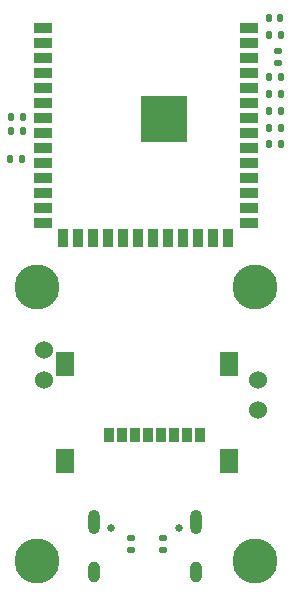
<source format=gbr>
%TF.GenerationSoftware,KiCad,Pcbnew,9.0.5*%
%TF.CreationDate,2025-11-05T18:30:54-05:00*%
%TF.ProjectId,flight-computer,666c6967-6874-42d6-936f-6d7075746572,rev?*%
%TF.SameCoordinates,Original*%
%TF.FileFunction,Soldermask,Bot*%
%TF.FilePolarity,Negative*%
%FSLAX46Y46*%
G04 Gerber Fmt 4.6, Leading zero omitted, Abs format (unit mm)*
G04 Created by KiCad (PCBNEW 9.0.5) date 2025-11-05 18:30:54*
%MOMM*%
%LPD*%
G01*
G04 APERTURE LIST*
G04 Aperture macros list*
%AMRoundRect*
0 Rectangle with rounded corners*
0 $1 Rounding radius*
0 $2 $3 $4 $5 $6 $7 $8 $9 X,Y pos of 4 corners*
0 Add a 4 corners polygon primitive as box body*
4,1,4,$2,$3,$4,$5,$6,$7,$8,$9,$2,$3,0*
0 Add four circle primitives for the rounded corners*
1,1,$1+$1,$2,$3*
1,1,$1+$1,$4,$5*
1,1,$1+$1,$6,$7*
1,1,$1+$1,$8,$9*
0 Add four rect primitives between the rounded corners*
20,1,$1+$1,$2,$3,$4,$5,0*
20,1,$1+$1,$4,$5,$6,$7,0*
20,1,$1+$1,$6,$7,$8,$9,0*
20,1,$1+$1,$8,$9,$2,$3,0*%
G04 Aperture macros list end*
%ADD10C,1.524000*%
%ADD11O,1.000000X1.800000*%
%ADD12O,1.000000X2.100000*%
%ADD13C,0.650000*%
%ADD14C,3.800000*%
%ADD15RoundRect,0.140000X0.140000X0.170000X-0.140000X0.170000X-0.140000X-0.170000X0.140000X-0.170000X0*%
%ADD16RoundRect,0.135000X0.135000X0.185000X-0.135000X0.185000X-0.135000X-0.185000X0.135000X-0.185000X0*%
%ADD17RoundRect,0.135000X-0.135000X-0.185000X0.135000X-0.185000X0.135000X0.185000X-0.135000X0.185000X0*%
%ADD18RoundRect,0.135000X-0.185000X0.135000X-0.185000X-0.135000X0.185000X-0.135000X0.185000X0.135000X0*%
%ADD19RoundRect,0.140000X-0.170000X0.140000X-0.170000X-0.140000X0.170000X-0.140000X0.170000X0.140000X0*%
%ADD20R,1.498600X2.006600*%
%ADD21R,0.812800X1.193800*%
%ADD22C,0.600000*%
%ADD23R,3.900000X3.900000*%
%ADD24R,1.500000X0.900000*%
%ADD25R,0.900000X1.500000*%
G04 APERTURE END LIST*
D10*
%TO.C,J6*%
X154281895Y-111071655D03*
X154281895Y-113611655D03*
%TD*%
%TO.C,J3*%
X136106895Y-111111555D03*
X136106895Y-108571555D03*
%TD*%
D11*
%TO.C,J5*%
X148981895Y-127321555D03*
D12*
X148981895Y-123141555D03*
D11*
X140341895Y-127321555D03*
D12*
X140341895Y-123141555D03*
D13*
X147551895Y-123641555D03*
X141771895Y-123641555D03*
%TD*%
D14*
%TO.C,H2*%
X153982000Y-103200000D03*
%TD*%
%TO.C,H4*%
X153982000Y-126450000D03*
%TD*%
%TO.C,H1*%
X135582000Y-103200000D03*
%TD*%
%TO.C,H3*%
X135582000Y-126450000D03*
%TD*%
D15*
%TO.C,C5*%
X155201895Y-80446555D03*
X156161895Y-80446555D03*
%TD*%
D16*
%TO.C,R14*%
X155171895Y-88346555D03*
X156191895Y-88346555D03*
%TD*%
D17*
%TO.C,R11*%
X134401895Y-90046555D03*
X133381895Y-90046555D03*
%TD*%
%TO.C,R1*%
X156191895Y-81846555D03*
X155171895Y-81846555D03*
%TD*%
D18*
%TO.C,R4*%
X143481895Y-125506555D03*
X143481895Y-124486555D03*
%TD*%
D16*
%TO.C,R12*%
X155171895Y-85446555D03*
X156191895Y-85446555D03*
%TD*%
D17*
%TO.C,R7*%
X134381895Y-88846555D03*
X133361895Y-88846555D03*
%TD*%
D19*
%TO.C,C3*%
X155981895Y-83266555D03*
X155981895Y-84226555D03*
%TD*%
D20*
%TO.C,J4*%
X137936895Y-109770255D03*
X137936895Y-117970256D03*
X151826895Y-109770255D03*
X151826895Y-117970256D03*
D21*
X149356895Y-115770256D03*
X148256895Y-115770256D03*
X147156894Y-115770256D03*
X146056894Y-115770256D03*
X144956896Y-115770256D03*
X143856896Y-115770256D03*
X142756895Y-115770256D03*
X141656895Y-115770256D03*
%TD*%
D16*
%TO.C,R8*%
X155171895Y-91146555D03*
X156191895Y-91146555D03*
%TD*%
D17*
%TO.C,R6*%
X134291895Y-92346555D03*
X133271895Y-92346555D03*
%TD*%
D22*
%TO.C,U2*%
X144867600Y-88300000D03*
X144867600Y-89700000D03*
X145567600Y-87600000D03*
X145567600Y-89000000D03*
X145567600Y-90400000D03*
X146267600Y-88300000D03*
D23*
X146267600Y-89000000D03*
D22*
X146267600Y-89700000D03*
X146967600Y-87600000D03*
X146967600Y-89000000D03*
X146967600Y-90400000D03*
X147667600Y-88300000D03*
X147667600Y-89700000D03*
D24*
X136017600Y-81280000D03*
X136017600Y-82550000D03*
X136017600Y-83820000D03*
X136017600Y-85090000D03*
X136017600Y-86360000D03*
X136017600Y-87630000D03*
X136017600Y-88900000D03*
X136017600Y-90170000D03*
X136017600Y-91440000D03*
X136017600Y-92710000D03*
X136017600Y-93980000D03*
X136017600Y-95250000D03*
X136017600Y-96520000D03*
X136017600Y-97790000D03*
D25*
X137782600Y-99040000D03*
X139052600Y-99040000D03*
X140322600Y-99040000D03*
X141592600Y-99040000D03*
X142862600Y-99040000D03*
X144132600Y-99040000D03*
X145402600Y-99040000D03*
X146672600Y-99040000D03*
X147942600Y-99040000D03*
X149212600Y-99040000D03*
X150482600Y-99040000D03*
X151752600Y-99040000D03*
D24*
X153517600Y-97790000D03*
X153517600Y-96520000D03*
X153517600Y-95250000D03*
X153517600Y-93980000D03*
X153517600Y-92710000D03*
X153517600Y-91440000D03*
X153517600Y-90170000D03*
X153517600Y-88900000D03*
X153517600Y-87630000D03*
X153517600Y-86360000D03*
X153517600Y-85090000D03*
X153517600Y-83820000D03*
X153517600Y-82550000D03*
X153517600Y-81280000D03*
%TD*%
D16*
%TO.C,R13*%
X155171895Y-86846555D03*
X156191895Y-86846555D03*
%TD*%
%TO.C,R15*%
X155171895Y-89746555D03*
X156191895Y-89746555D03*
%TD*%
D18*
%TO.C,R5*%
X146231895Y-125506555D03*
X146231895Y-124486555D03*
%TD*%
M02*

</source>
